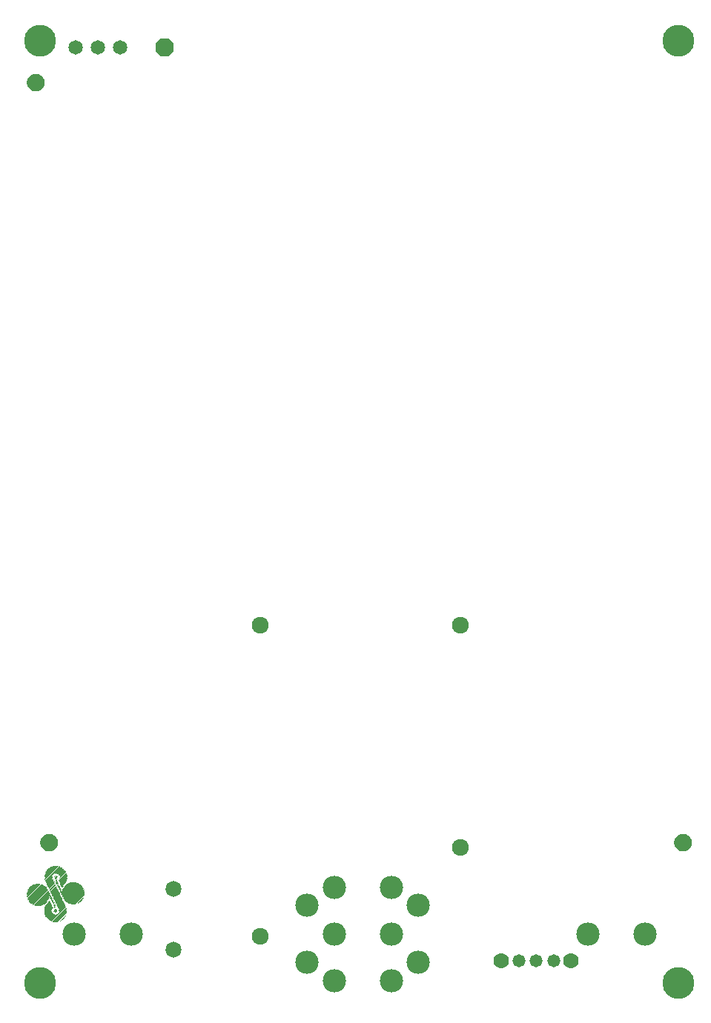
<source format=gbr>
G04 EAGLE Gerber RS-274X export*
G75*
%MOMM*%
%FSLAX34Y34*%
%LPD*%
%INSoldermask Top*%
%IPPOS*%
%AMOC8*
5,1,8,0,0,1.08239X$1,22.5*%
G01*
%ADD10C,1.927000*%
%ADD11C,1.651000*%
%ADD12C,3.643000*%
%ADD13C,1.127000*%
%ADD14C,0.500000*%
%ADD15P,2.226909X8X202.500000*%
%ADD16C,1.777000*%
%ADD17C,1.477000*%
%ADD18R,0.381000X0.076200*%
%ADD19R,0.457200X0.076200*%
%ADD20R,0.914400X0.076200*%
%ADD21R,1.219200X0.076200*%
%ADD22R,1.447800X0.076200*%
%ADD23R,1.524000X0.076200*%
%ADD24R,1.676400X0.076200*%
%ADD25R,1.828800X0.076200*%
%ADD26R,1.981200X0.076200*%
%ADD27R,2.133600X0.076200*%
%ADD28R,2.209800X0.076200*%
%ADD29R,2.286000X0.076200*%
%ADD30R,2.362200X0.076200*%
%ADD31R,2.438400X0.076200*%
%ADD32R,1.066800X0.076200*%
%ADD33R,0.990600X0.076200*%
%ADD34R,2.590800X0.076200*%
%ADD35R,0.838200X0.076200*%
%ADD36R,0.228600X0.076200*%
%ADD37R,0.304800X0.076200*%
%ADD38R,0.152400X0.076200*%
%ADD39R,2.057400X0.076200*%
%ADD40R,1.143000X0.076200*%
%ADD41R,1.752600X0.076200*%
%ADD42R,1.371600X0.076200*%
%ADD43R,0.762000X0.076200*%
%ADD44R,0.533400X0.076200*%
%ADD45C,1.827000*%
%ADD46C,2.667000*%


D10*
X500380Y177800D03*
X500380Y431800D03*
X271780Y76200D03*
X271780Y431800D03*
D11*
X111760Y1092200D03*
X86360Y1092200D03*
X60960Y1092200D03*
D12*
X20320Y22860D03*
X749300Y22860D03*
D13*
X754380Y182880D03*
D14*
X754380Y190380D02*
X754199Y190378D01*
X754018Y190371D01*
X753837Y190360D01*
X753656Y190345D01*
X753476Y190325D01*
X753296Y190301D01*
X753117Y190273D01*
X752939Y190240D01*
X752762Y190203D01*
X752585Y190162D01*
X752410Y190117D01*
X752235Y190067D01*
X752062Y190013D01*
X751891Y189955D01*
X751720Y189893D01*
X751552Y189826D01*
X751385Y189756D01*
X751219Y189682D01*
X751056Y189603D01*
X750895Y189521D01*
X750735Y189435D01*
X750578Y189345D01*
X750423Y189251D01*
X750270Y189154D01*
X750120Y189052D01*
X749972Y188948D01*
X749826Y188839D01*
X749684Y188728D01*
X749544Y188612D01*
X749407Y188494D01*
X749272Y188372D01*
X749141Y188247D01*
X749013Y188119D01*
X748888Y187988D01*
X748766Y187853D01*
X748648Y187716D01*
X748532Y187576D01*
X748421Y187434D01*
X748312Y187288D01*
X748208Y187140D01*
X748106Y186990D01*
X748009Y186837D01*
X747915Y186682D01*
X747825Y186525D01*
X747739Y186365D01*
X747657Y186204D01*
X747578Y186041D01*
X747504Y185875D01*
X747434Y185708D01*
X747367Y185540D01*
X747305Y185369D01*
X747247Y185198D01*
X747193Y185025D01*
X747143Y184850D01*
X747098Y184675D01*
X747057Y184498D01*
X747020Y184321D01*
X746987Y184143D01*
X746959Y183964D01*
X746935Y183784D01*
X746915Y183604D01*
X746900Y183423D01*
X746889Y183242D01*
X746882Y183061D01*
X746880Y182880D01*
X754380Y190380D02*
X754561Y190378D01*
X754742Y190371D01*
X754923Y190360D01*
X755104Y190345D01*
X755284Y190325D01*
X755464Y190301D01*
X755643Y190273D01*
X755821Y190240D01*
X755998Y190203D01*
X756175Y190162D01*
X756350Y190117D01*
X756525Y190067D01*
X756698Y190013D01*
X756869Y189955D01*
X757040Y189893D01*
X757208Y189826D01*
X757375Y189756D01*
X757541Y189682D01*
X757704Y189603D01*
X757865Y189521D01*
X758025Y189435D01*
X758182Y189345D01*
X758337Y189251D01*
X758490Y189154D01*
X758640Y189052D01*
X758788Y188948D01*
X758934Y188839D01*
X759076Y188728D01*
X759216Y188612D01*
X759353Y188494D01*
X759488Y188372D01*
X759619Y188247D01*
X759747Y188119D01*
X759872Y187988D01*
X759994Y187853D01*
X760112Y187716D01*
X760228Y187576D01*
X760339Y187434D01*
X760448Y187288D01*
X760552Y187140D01*
X760654Y186990D01*
X760751Y186837D01*
X760845Y186682D01*
X760935Y186525D01*
X761021Y186365D01*
X761103Y186204D01*
X761182Y186041D01*
X761256Y185875D01*
X761326Y185708D01*
X761393Y185540D01*
X761455Y185369D01*
X761513Y185198D01*
X761567Y185025D01*
X761617Y184850D01*
X761662Y184675D01*
X761703Y184498D01*
X761740Y184321D01*
X761773Y184143D01*
X761801Y183964D01*
X761825Y183784D01*
X761845Y183604D01*
X761860Y183423D01*
X761871Y183242D01*
X761878Y183061D01*
X761880Y182880D01*
X761878Y182699D01*
X761871Y182518D01*
X761860Y182337D01*
X761845Y182156D01*
X761825Y181976D01*
X761801Y181796D01*
X761773Y181617D01*
X761740Y181439D01*
X761703Y181262D01*
X761662Y181085D01*
X761617Y180910D01*
X761567Y180735D01*
X761513Y180562D01*
X761455Y180391D01*
X761393Y180220D01*
X761326Y180052D01*
X761256Y179885D01*
X761182Y179719D01*
X761103Y179556D01*
X761021Y179395D01*
X760935Y179235D01*
X760845Y179078D01*
X760751Y178923D01*
X760654Y178770D01*
X760552Y178620D01*
X760448Y178472D01*
X760339Y178326D01*
X760228Y178184D01*
X760112Y178044D01*
X759994Y177907D01*
X759872Y177772D01*
X759747Y177641D01*
X759619Y177513D01*
X759488Y177388D01*
X759353Y177266D01*
X759216Y177148D01*
X759076Y177032D01*
X758934Y176921D01*
X758788Y176812D01*
X758640Y176708D01*
X758490Y176606D01*
X758337Y176509D01*
X758182Y176415D01*
X758025Y176325D01*
X757865Y176239D01*
X757704Y176157D01*
X757541Y176078D01*
X757375Y176004D01*
X757208Y175934D01*
X757040Y175867D01*
X756869Y175805D01*
X756698Y175747D01*
X756525Y175693D01*
X756350Y175643D01*
X756175Y175598D01*
X755998Y175557D01*
X755821Y175520D01*
X755643Y175487D01*
X755464Y175459D01*
X755284Y175435D01*
X755104Y175415D01*
X754923Y175400D01*
X754742Y175389D01*
X754561Y175382D01*
X754380Y175380D01*
X754199Y175382D01*
X754018Y175389D01*
X753837Y175400D01*
X753656Y175415D01*
X753476Y175435D01*
X753296Y175459D01*
X753117Y175487D01*
X752939Y175520D01*
X752762Y175557D01*
X752585Y175598D01*
X752410Y175643D01*
X752235Y175693D01*
X752062Y175747D01*
X751891Y175805D01*
X751720Y175867D01*
X751552Y175934D01*
X751385Y176004D01*
X751219Y176078D01*
X751056Y176157D01*
X750895Y176239D01*
X750735Y176325D01*
X750578Y176415D01*
X750423Y176509D01*
X750270Y176606D01*
X750120Y176708D01*
X749972Y176812D01*
X749826Y176921D01*
X749684Y177032D01*
X749544Y177148D01*
X749407Y177266D01*
X749272Y177388D01*
X749141Y177513D01*
X749013Y177641D01*
X748888Y177772D01*
X748766Y177907D01*
X748648Y178044D01*
X748532Y178184D01*
X748421Y178326D01*
X748312Y178472D01*
X748208Y178620D01*
X748106Y178770D01*
X748009Y178923D01*
X747915Y179078D01*
X747825Y179235D01*
X747739Y179395D01*
X747657Y179556D01*
X747578Y179719D01*
X747504Y179885D01*
X747434Y180052D01*
X747367Y180220D01*
X747305Y180391D01*
X747247Y180562D01*
X747193Y180735D01*
X747143Y180910D01*
X747098Y181085D01*
X747057Y181262D01*
X747020Y181439D01*
X746987Y181617D01*
X746959Y181796D01*
X746935Y181976D01*
X746915Y182156D01*
X746900Y182337D01*
X746889Y182518D01*
X746882Y182699D01*
X746880Y182880D01*
D13*
X15240Y1051560D03*
D14*
X15240Y1059060D02*
X15059Y1059058D01*
X14878Y1059051D01*
X14697Y1059040D01*
X14516Y1059025D01*
X14336Y1059005D01*
X14156Y1058981D01*
X13977Y1058953D01*
X13799Y1058920D01*
X13622Y1058883D01*
X13445Y1058842D01*
X13270Y1058797D01*
X13095Y1058747D01*
X12922Y1058693D01*
X12751Y1058635D01*
X12580Y1058573D01*
X12412Y1058506D01*
X12245Y1058436D01*
X12079Y1058362D01*
X11916Y1058283D01*
X11755Y1058201D01*
X11595Y1058115D01*
X11438Y1058025D01*
X11283Y1057931D01*
X11130Y1057834D01*
X10980Y1057732D01*
X10832Y1057628D01*
X10686Y1057519D01*
X10544Y1057408D01*
X10404Y1057292D01*
X10267Y1057174D01*
X10132Y1057052D01*
X10001Y1056927D01*
X9873Y1056799D01*
X9748Y1056668D01*
X9626Y1056533D01*
X9508Y1056396D01*
X9392Y1056256D01*
X9281Y1056114D01*
X9172Y1055968D01*
X9068Y1055820D01*
X8966Y1055670D01*
X8869Y1055517D01*
X8775Y1055362D01*
X8685Y1055205D01*
X8599Y1055045D01*
X8517Y1054884D01*
X8438Y1054721D01*
X8364Y1054555D01*
X8294Y1054388D01*
X8227Y1054220D01*
X8165Y1054049D01*
X8107Y1053878D01*
X8053Y1053705D01*
X8003Y1053530D01*
X7958Y1053355D01*
X7917Y1053178D01*
X7880Y1053001D01*
X7847Y1052823D01*
X7819Y1052644D01*
X7795Y1052464D01*
X7775Y1052284D01*
X7760Y1052103D01*
X7749Y1051922D01*
X7742Y1051741D01*
X7740Y1051560D01*
X15240Y1059060D02*
X15421Y1059058D01*
X15602Y1059051D01*
X15783Y1059040D01*
X15964Y1059025D01*
X16144Y1059005D01*
X16324Y1058981D01*
X16503Y1058953D01*
X16681Y1058920D01*
X16858Y1058883D01*
X17035Y1058842D01*
X17210Y1058797D01*
X17385Y1058747D01*
X17558Y1058693D01*
X17729Y1058635D01*
X17900Y1058573D01*
X18068Y1058506D01*
X18235Y1058436D01*
X18401Y1058362D01*
X18564Y1058283D01*
X18725Y1058201D01*
X18885Y1058115D01*
X19042Y1058025D01*
X19197Y1057931D01*
X19350Y1057834D01*
X19500Y1057732D01*
X19648Y1057628D01*
X19794Y1057519D01*
X19936Y1057408D01*
X20076Y1057292D01*
X20213Y1057174D01*
X20348Y1057052D01*
X20479Y1056927D01*
X20607Y1056799D01*
X20732Y1056668D01*
X20854Y1056533D01*
X20972Y1056396D01*
X21088Y1056256D01*
X21199Y1056114D01*
X21308Y1055968D01*
X21412Y1055820D01*
X21514Y1055670D01*
X21611Y1055517D01*
X21705Y1055362D01*
X21795Y1055205D01*
X21881Y1055045D01*
X21963Y1054884D01*
X22042Y1054721D01*
X22116Y1054555D01*
X22186Y1054388D01*
X22253Y1054220D01*
X22315Y1054049D01*
X22373Y1053878D01*
X22427Y1053705D01*
X22477Y1053530D01*
X22522Y1053355D01*
X22563Y1053178D01*
X22600Y1053001D01*
X22633Y1052823D01*
X22661Y1052644D01*
X22685Y1052464D01*
X22705Y1052284D01*
X22720Y1052103D01*
X22731Y1051922D01*
X22738Y1051741D01*
X22740Y1051560D01*
X22738Y1051379D01*
X22731Y1051198D01*
X22720Y1051017D01*
X22705Y1050836D01*
X22685Y1050656D01*
X22661Y1050476D01*
X22633Y1050297D01*
X22600Y1050119D01*
X22563Y1049942D01*
X22522Y1049765D01*
X22477Y1049590D01*
X22427Y1049415D01*
X22373Y1049242D01*
X22315Y1049071D01*
X22253Y1048900D01*
X22186Y1048732D01*
X22116Y1048565D01*
X22042Y1048399D01*
X21963Y1048236D01*
X21881Y1048075D01*
X21795Y1047915D01*
X21705Y1047758D01*
X21611Y1047603D01*
X21514Y1047450D01*
X21412Y1047300D01*
X21308Y1047152D01*
X21199Y1047006D01*
X21088Y1046864D01*
X20972Y1046724D01*
X20854Y1046587D01*
X20732Y1046452D01*
X20607Y1046321D01*
X20479Y1046193D01*
X20348Y1046068D01*
X20213Y1045946D01*
X20076Y1045828D01*
X19936Y1045712D01*
X19794Y1045601D01*
X19648Y1045492D01*
X19500Y1045388D01*
X19350Y1045286D01*
X19197Y1045189D01*
X19042Y1045095D01*
X18885Y1045005D01*
X18725Y1044919D01*
X18564Y1044837D01*
X18401Y1044758D01*
X18235Y1044684D01*
X18068Y1044614D01*
X17900Y1044547D01*
X17729Y1044485D01*
X17558Y1044427D01*
X17385Y1044373D01*
X17210Y1044323D01*
X17035Y1044278D01*
X16858Y1044237D01*
X16681Y1044200D01*
X16503Y1044167D01*
X16324Y1044139D01*
X16144Y1044115D01*
X15964Y1044095D01*
X15783Y1044080D01*
X15602Y1044069D01*
X15421Y1044062D01*
X15240Y1044060D01*
X15059Y1044062D01*
X14878Y1044069D01*
X14697Y1044080D01*
X14516Y1044095D01*
X14336Y1044115D01*
X14156Y1044139D01*
X13977Y1044167D01*
X13799Y1044200D01*
X13622Y1044237D01*
X13445Y1044278D01*
X13270Y1044323D01*
X13095Y1044373D01*
X12922Y1044427D01*
X12751Y1044485D01*
X12580Y1044547D01*
X12412Y1044614D01*
X12245Y1044684D01*
X12079Y1044758D01*
X11916Y1044837D01*
X11755Y1044919D01*
X11595Y1045005D01*
X11438Y1045095D01*
X11283Y1045189D01*
X11130Y1045286D01*
X10980Y1045388D01*
X10832Y1045492D01*
X10686Y1045601D01*
X10544Y1045712D01*
X10404Y1045828D01*
X10267Y1045946D01*
X10132Y1046068D01*
X10001Y1046193D01*
X9873Y1046321D01*
X9748Y1046452D01*
X9626Y1046587D01*
X9508Y1046724D01*
X9392Y1046864D01*
X9281Y1047006D01*
X9172Y1047152D01*
X9068Y1047300D01*
X8966Y1047450D01*
X8869Y1047603D01*
X8775Y1047758D01*
X8685Y1047915D01*
X8599Y1048075D01*
X8517Y1048236D01*
X8438Y1048399D01*
X8364Y1048565D01*
X8294Y1048732D01*
X8227Y1048900D01*
X8165Y1049071D01*
X8107Y1049242D01*
X8053Y1049415D01*
X8003Y1049590D01*
X7958Y1049765D01*
X7917Y1049942D01*
X7880Y1050119D01*
X7847Y1050297D01*
X7819Y1050476D01*
X7795Y1050656D01*
X7775Y1050836D01*
X7760Y1051017D01*
X7749Y1051198D01*
X7742Y1051379D01*
X7740Y1051560D01*
D12*
X20320Y1099820D03*
X749300Y1099820D03*
D15*
X162560Y1092200D03*
D13*
X30480Y182880D03*
D14*
X30480Y190380D02*
X30299Y190378D01*
X30118Y190371D01*
X29937Y190360D01*
X29756Y190345D01*
X29576Y190325D01*
X29396Y190301D01*
X29217Y190273D01*
X29039Y190240D01*
X28862Y190203D01*
X28685Y190162D01*
X28510Y190117D01*
X28335Y190067D01*
X28162Y190013D01*
X27991Y189955D01*
X27820Y189893D01*
X27652Y189826D01*
X27485Y189756D01*
X27319Y189682D01*
X27156Y189603D01*
X26995Y189521D01*
X26835Y189435D01*
X26678Y189345D01*
X26523Y189251D01*
X26370Y189154D01*
X26220Y189052D01*
X26072Y188948D01*
X25926Y188839D01*
X25784Y188728D01*
X25644Y188612D01*
X25507Y188494D01*
X25372Y188372D01*
X25241Y188247D01*
X25113Y188119D01*
X24988Y187988D01*
X24866Y187853D01*
X24748Y187716D01*
X24632Y187576D01*
X24521Y187434D01*
X24412Y187288D01*
X24308Y187140D01*
X24206Y186990D01*
X24109Y186837D01*
X24015Y186682D01*
X23925Y186525D01*
X23839Y186365D01*
X23757Y186204D01*
X23678Y186041D01*
X23604Y185875D01*
X23534Y185708D01*
X23467Y185540D01*
X23405Y185369D01*
X23347Y185198D01*
X23293Y185025D01*
X23243Y184850D01*
X23198Y184675D01*
X23157Y184498D01*
X23120Y184321D01*
X23087Y184143D01*
X23059Y183964D01*
X23035Y183784D01*
X23015Y183604D01*
X23000Y183423D01*
X22989Y183242D01*
X22982Y183061D01*
X22980Y182880D01*
X30480Y190380D02*
X30661Y190378D01*
X30842Y190371D01*
X31023Y190360D01*
X31204Y190345D01*
X31384Y190325D01*
X31564Y190301D01*
X31743Y190273D01*
X31921Y190240D01*
X32098Y190203D01*
X32275Y190162D01*
X32450Y190117D01*
X32625Y190067D01*
X32798Y190013D01*
X32969Y189955D01*
X33140Y189893D01*
X33308Y189826D01*
X33475Y189756D01*
X33641Y189682D01*
X33804Y189603D01*
X33965Y189521D01*
X34125Y189435D01*
X34282Y189345D01*
X34437Y189251D01*
X34590Y189154D01*
X34740Y189052D01*
X34888Y188948D01*
X35034Y188839D01*
X35176Y188728D01*
X35316Y188612D01*
X35453Y188494D01*
X35588Y188372D01*
X35719Y188247D01*
X35847Y188119D01*
X35972Y187988D01*
X36094Y187853D01*
X36212Y187716D01*
X36328Y187576D01*
X36439Y187434D01*
X36548Y187288D01*
X36652Y187140D01*
X36754Y186990D01*
X36851Y186837D01*
X36945Y186682D01*
X37035Y186525D01*
X37121Y186365D01*
X37203Y186204D01*
X37282Y186041D01*
X37356Y185875D01*
X37426Y185708D01*
X37493Y185540D01*
X37555Y185369D01*
X37613Y185198D01*
X37667Y185025D01*
X37717Y184850D01*
X37762Y184675D01*
X37803Y184498D01*
X37840Y184321D01*
X37873Y184143D01*
X37901Y183964D01*
X37925Y183784D01*
X37945Y183604D01*
X37960Y183423D01*
X37971Y183242D01*
X37978Y183061D01*
X37980Y182880D01*
X37978Y182699D01*
X37971Y182518D01*
X37960Y182337D01*
X37945Y182156D01*
X37925Y181976D01*
X37901Y181796D01*
X37873Y181617D01*
X37840Y181439D01*
X37803Y181262D01*
X37762Y181085D01*
X37717Y180910D01*
X37667Y180735D01*
X37613Y180562D01*
X37555Y180391D01*
X37493Y180220D01*
X37426Y180052D01*
X37356Y179885D01*
X37282Y179719D01*
X37203Y179556D01*
X37121Y179395D01*
X37035Y179235D01*
X36945Y179078D01*
X36851Y178923D01*
X36754Y178770D01*
X36652Y178620D01*
X36548Y178472D01*
X36439Y178326D01*
X36328Y178184D01*
X36212Y178044D01*
X36094Y177907D01*
X35972Y177772D01*
X35847Y177641D01*
X35719Y177513D01*
X35588Y177388D01*
X35453Y177266D01*
X35316Y177148D01*
X35176Y177032D01*
X35034Y176921D01*
X34888Y176812D01*
X34740Y176708D01*
X34590Y176606D01*
X34437Y176509D01*
X34282Y176415D01*
X34125Y176325D01*
X33965Y176239D01*
X33804Y176157D01*
X33641Y176078D01*
X33475Y176004D01*
X33308Y175934D01*
X33140Y175867D01*
X32969Y175805D01*
X32798Y175747D01*
X32625Y175693D01*
X32450Y175643D01*
X32275Y175598D01*
X32098Y175557D01*
X31921Y175520D01*
X31743Y175487D01*
X31564Y175459D01*
X31384Y175435D01*
X31204Y175415D01*
X31023Y175400D01*
X30842Y175389D01*
X30661Y175382D01*
X30480Y175380D01*
X30299Y175382D01*
X30118Y175389D01*
X29937Y175400D01*
X29756Y175415D01*
X29576Y175435D01*
X29396Y175459D01*
X29217Y175487D01*
X29039Y175520D01*
X28862Y175557D01*
X28685Y175598D01*
X28510Y175643D01*
X28335Y175693D01*
X28162Y175747D01*
X27991Y175805D01*
X27820Y175867D01*
X27652Y175934D01*
X27485Y176004D01*
X27319Y176078D01*
X27156Y176157D01*
X26995Y176239D01*
X26835Y176325D01*
X26678Y176415D01*
X26523Y176509D01*
X26370Y176606D01*
X26220Y176708D01*
X26072Y176812D01*
X25926Y176921D01*
X25784Y177032D01*
X25644Y177148D01*
X25507Y177266D01*
X25372Y177388D01*
X25241Y177513D01*
X25113Y177641D01*
X24988Y177772D01*
X24866Y177907D01*
X24748Y178044D01*
X24632Y178184D01*
X24521Y178326D01*
X24412Y178472D01*
X24308Y178620D01*
X24206Y178770D01*
X24109Y178923D01*
X24015Y179078D01*
X23925Y179235D01*
X23839Y179395D01*
X23757Y179556D01*
X23678Y179719D01*
X23604Y179885D01*
X23534Y180052D01*
X23467Y180220D01*
X23405Y180391D01*
X23347Y180562D01*
X23293Y180735D01*
X23243Y180910D01*
X23198Y181085D01*
X23157Y181262D01*
X23120Y181439D01*
X23087Y181617D01*
X23059Y181796D01*
X23035Y181976D01*
X23015Y182156D01*
X23000Y182337D01*
X22989Y182518D01*
X22982Y182699D01*
X22980Y182880D01*
D16*
X626740Y48260D03*
X546740Y48260D03*
D17*
X606740Y48260D03*
X586740Y48260D03*
X566740Y48260D03*
D18*
G36*
X48517Y97159D02*
X45824Y94466D01*
X45285Y95005D01*
X47978Y97698D01*
X48517Y97159D01*
G37*
D19*
G36*
X68991Y117635D02*
X65759Y114403D01*
X65221Y114941D01*
X68453Y118173D01*
X68991Y117635D01*
G37*
D20*
G36*
X49594Y99315D02*
X43129Y92850D01*
X42590Y93389D01*
X49055Y99854D01*
X49594Y99315D01*
G37*
G36*
X70069Y119790D02*
X63604Y113325D01*
X63065Y113864D01*
X69530Y120329D01*
X70069Y119790D01*
G37*
D21*
G36*
X50133Y100932D02*
X41513Y92312D01*
X40975Y92850D01*
X49595Y101470D01*
X50133Y100932D01*
G37*
G36*
X70608Y121407D02*
X61988Y112787D01*
X61450Y113325D01*
X70070Y121945D01*
X70608Y121407D01*
G37*
D22*
G36*
X50672Y102548D02*
X40435Y92311D01*
X39896Y92850D01*
X50133Y103087D01*
X50672Y102548D01*
G37*
D23*
G36*
X71147Y123022D02*
X60372Y112247D01*
X59833Y112786D01*
X70608Y123561D01*
X71147Y123022D01*
G37*
D24*
G36*
X50672Y103625D02*
X38819Y91772D01*
X38280Y92311D01*
X50133Y104164D01*
X50672Y103625D01*
G37*
G36*
X71147Y124100D02*
X59294Y112247D01*
X58755Y112786D01*
X70608Y124639D01*
X71147Y124100D01*
G37*
D25*
G36*
X50672Y104703D02*
X37741Y91772D01*
X37202Y92311D01*
X50133Y105242D01*
X50672Y104703D01*
G37*
G36*
X71147Y125178D02*
X58216Y112247D01*
X57677Y112786D01*
X70608Y125717D01*
X71147Y125178D01*
G37*
D26*
G36*
X50672Y105781D02*
X36663Y91772D01*
X36124Y92311D01*
X50133Y106320D01*
X50672Y105781D01*
G37*
G36*
X71147Y126256D02*
X57138Y112247D01*
X56599Y112786D01*
X70608Y126795D01*
X71147Y126256D01*
G37*
D27*
G36*
X50672Y106859D02*
X35586Y91773D01*
X35048Y92311D01*
X50134Y107397D01*
X50672Y106859D01*
G37*
G36*
X71147Y127334D02*
X56061Y112248D01*
X55523Y112786D01*
X70609Y127872D01*
X71147Y127334D01*
G37*
D28*
G36*
X50672Y107936D02*
X35047Y92311D01*
X34508Y92850D01*
X50133Y108475D01*
X50672Y107936D01*
G37*
D27*
G36*
X70608Y127872D02*
X55522Y112786D01*
X54984Y113324D01*
X70070Y128410D01*
X70608Y127872D01*
G37*
D29*
G36*
X50133Y108474D02*
X33970Y92311D01*
X33431Y92850D01*
X49594Y109013D01*
X50133Y108474D01*
G37*
G36*
X70608Y128949D02*
X54445Y112786D01*
X53906Y113325D01*
X70069Y129488D01*
X70608Y128949D01*
G37*
D30*
G36*
X50133Y109553D02*
X33430Y92850D01*
X32891Y93389D01*
X49594Y110092D01*
X50133Y109553D01*
G37*
D29*
G36*
X70069Y129488D02*
X53906Y113325D01*
X53367Y113864D01*
X69530Y130027D01*
X70069Y129488D01*
G37*
D30*
G36*
X49595Y110091D02*
X32892Y93388D01*
X32353Y93927D01*
X49056Y110630D01*
X49595Y110091D01*
G37*
D31*
G36*
X70069Y130566D02*
X52828Y113325D01*
X52289Y113864D01*
X69530Y131105D01*
X70069Y130566D01*
G37*
D32*
G36*
X39357Y100931D02*
X31814Y93388D01*
X31275Y93927D01*
X38818Y101470D01*
X39357Y100931D01*
G37*
D33*
G36*
X49055Y110630D02*
X42052Y103627D01*
X41513Y104166D01*
X48516Y111169D01*
X49055Y110630D01*
G37*
D31*
G36*
X69530Y131105D02*
X52289Y113864D01*
X51750Y114403D01*
X68991Y131644D01*
X69530Y131105D01*
G37*
D20*
G36*
X37740Y100392D02*
X31275Y93927D01*
X30736Y94466D01*
X37201Y100931D01*
X37740Y100392D01*
G37*
D33*
G36*
X49055Y111707D02*
X42052Y104704D01*
X41513Y105243D01*
X48516Y112246D01*
X49055Y111707D01*
G37*
D31*
G36*
X68992Y131644D02*
X51751Y114403D01*
X51212Y114942D01*
X68453Y132183D01*
X68992Y131644D01*
G37*
D20*
G36*
X37202Y100931D02*
X30737Y94466D01*
X30198Y95005D01*
X36663Y101470D01*
X37202Y100931D01*
G37*
G36*
X48517Y112246D02*
X42052Y105781D01*
X41513Y106320D01*
X47978Y112785D01*
X48517Y112246D01*
G37*
D34*
G36*
X68992Y132721D02*
X50673Y114402D01*
X50134Y114941D01*
X68453Y133260D01*
X68992Y132721D01*
G37*
D35*
G36*
X36123Y100932D02*
X30197Y95006D01*
X29659Y95544D01*
X35585Y101470D01*
X36123Y100932D01*
G37*
D36*
G36*
X39895Y104703D02*
X38280Y103088D01*
X37741Y103627D01*
X39356Y105242D01*
X39895Y104703D01*
G37*
D35*
G36*
X47977Y112786D02*
X42051Y106860D01*
X41513Y107398D01*
X47439Y113324D01*
X47977Y112786D01*
G37*
D34*
G36*
X68453Y133260D02*
X50134Y114941D01*
X49595Y115480D01*
X67914Y133799D01*
X68453Y133260D01*
G37*
D35*
G36*
X35585Y101470D02*
X29659Y95544D01*
X29121Y96082D01*
X35047Y102008D01*
X35585Y101470D01*
G37*
D18*
G36*
X39896Y105780D02*
X37203Y103087D01*
X36664Y103626D01*
X39357Y106319D01*
X39896Y105780D01*
G37*
D20*
G36*
X47978Y113863D02*
X41513Y107398D01*
X40974Y107937D01*
X47439Y114402D01*
X47978Y113863D01*
G37*
D34*
G36*
X67914Y133799D02*
X49595Y115480D01*
X49056Y116019D01*
X67375Y134338D01*
X67914Y133799D01*
G37*
D35*
G36*
X35046Y102009D02*
X29120Y96083D01*
X28582Y96621D01*
X34508Y102547D01*
X35046Y102009D01*
G37*
D18*
G36*
X39357Y106319D02*
X36664Y103626D01*
X36125Y104165D01*
X38818Y106858D01*
X39357Y106319D01*
G37*
D20*
G36*
X47439Y114402D02*
X40974Y107937D01*
X40435Y108476D01*
X46900Y114941D01*
X47439Y114402D01*
G37*
D34*
G36*
X67375Y134338D02*
X49056Y116019D01*
X48517Y116558D01*
X66836Y134877D01*
X67375Y134338D01*
G37*
D35*
G36*
X34507Y102548D02*
X28581Y96622D01*
X28043Y97160D01*
X33969Y103086D01*
X34507Y102548D01*
G37*
D18*
G36*
X38818Y106858D02*
X36125Y104165D01*
X35586Y104704D01*
X38279Y107397D01*
X38818Y106858D01*
G37*
D20*
G36*
X47439Y115479D02*
X40974Y109014D01*
X40435Y109553D01*
X46900Y116018D01*
X47439Y115479D01*
G37*
D34*
G36*
X66837Y134877D02*
X48518Y116558D01*
X47979Y117097D01*
X66298Y135416D01*
X66837Y134877D01*
G37*
D35*
G36*
X33968Y103087D02*
X28042Y97161D01*
X27504Y97699D01*
X33430Y103625D01*
X33968Y103087D01*
G37*
D37*
G36*
X38280Y107397D02*
X36125Y105242D01*
X35586Y105781D01*
X37741Y107936D01*
X38280Y107397D01*
G37*
D20*
G36*
X46900Y116018D02*
X40435Y109553D01*
X39896Y110092D01*
X46361Y116557D01*
X46900Y116018D01*
G37*
D34*
G36*
X66298Y135415D02*
X47979Y117096D01*
X47440Y117635D01*
X65759Y135954D01*
X66298Y135415D01*
G37*
D20*
G36*
X33969Y104164D02*
X27504Y97699D01*
X26965Y98238D01*
X33430Y104703D01*
X33969Y104164D01*
G37*
D36*
G36*
X38279Y108474D02*
X36664Y106859D01*
X36125Y107398D01*
X37740Y109013D01*
X38279Y108474D01*
G37*
D20*
G36*
X46362Y116557D02*
X39897Y110092D01*
X39358Y110631D01*
X45823Y117096D01*
X46362Y116557D01*
G37*
D31*
G36*
X65220Y135415D02*
X47979Y118174D01*
X47440Y118713D01*
X64681Y135954D01*
X65220Y135415D01*
G37*
D20*
G36*
X33430Y104703D02*
X26965Y98238D01*
X26426Y98777D01*
X32891Y105242D01*
X33430Y104703D01*
G37*
D36*
G36*
X38279Y109552D02*
X36664Y107937D01*
X36125Y108476D01*
X37740Y110091D01*
X38279Y109552D01*
G37*
D20*
G36*
X46362Y117635D02*
X39897Y111170D01*
X39358Y111709D01*
X45823Y118174D01*
X46362Y117635D01*
G37*
D31*
G36*
X64681Y135954D02*
X47440Y118713D01*
X46901Y119252D01*
X64142Y136493D01*
X64681Y135954D01*
G37*
D32*
G36*
X33969Y106320D02*
X26426Y98777D01*
X25887Y99316D01*
X33430Y106859D01*
X33969Y106320D01*
G37*
D36*
G36*
X37740Y110091D02*
X36125Y108476D01*
X35586Y109015D01*
X37201Y110630D01*
X37740Y110091D01*
G37*
D20*
G36*
X45823Y118173D02*
X39358Y111708D01*
X38819Y112247D01*
X45284Y118712D01*
X45823Y118173D01*
G37*
D31*
G36*
X64142Y136493D02*
X46901Y119252D01*
X46362Y119791D01*
X63603Y137032D01*
X64142Y136493D01*
G37*
D21*
G36*
X35046Y108475D02*
X26426Y99855D01*
X25888Y100393D01*
X34508Y109013D01*
X35046Y108475D01*
G37*
D36*
G36*
X37740Y111168D02*
X36125Y109553D01*
X35586Y110092D01*
X37201Y111707D01*
X37740Y111168D01*
G37*
D35*
G36*
X45283Y118713D02*
X39357Y112787D01*
X38819Y113325D01*
X44745Y119251D01*
X45283Y118713D01*
G37*
D30*
G36*
X63604Y137032D02*
X46901Y120329D01*
X46362Y120868D01*
X63065Y137571D01*
X63604Y137032D01*
G37*
D21*
G36*
X34507Y109014D02*
X25887Y100394D01*
X25349Y100932D01*
X33969Y109552D01*
X34507Y109014D01*
G37*
D36*
G36*
X37740Y112246D02*
X36125Y110631D01*
X35586Y111170D01*
X37201Y112785D01*
X37740Y112246D01*
G37*
D20*
G36*
X45284Y119790D02*
X38819Y113325D01*
X38280Y113864D01*
X44745Y120329D01*
X45284Y119790D01*
G37*
D29*
G36*
X62526Y137032D02*
X46363Y120869D01*
X45824Y121408D01*
X61987Y137571D01*
X62526Y137032D01*
G37*
D21*
G36*
X34507Y110091D02*
X25887Y101471D01*
X25349Y102009D01*
X33969Y110629D01*
X34507Y110091D01*
G37*
D36*
G36*
X37201Y112785D02*
X35586Y111170D01*
X35047Y111709D01*
X36662Y113324D01*
X37201Y112785D01*
G37*
D20*
G36*
X44745Y120329D02*
X38280Y113864D01*
X37741Y114403D01*
X44206Y120868D01*
X44745Y120329D01*
G37*
D29*
G36*
X61987Y137570D02*
X45824Y121407D01*
X45285Y121946D01*
X61448Y138109D01*
X61987Y137570D01*
G37*
D21*
G36*
X33968Y110630D02*
X25348Y102010D01*
X24810Y102548D01*
X33430Y111168D01*
X33968Y110630D01*
G37*
D38*
G36*
X36663Y113324D02*
X35586Y112247D01*
X35047Y112786D01*
X36124Y113863D01*
X36663Y113324D01*
G37*
D35*
G36*
X44206Y120868D02*
X38280Y114942D01*
X37742Y115480D01*
X43668Y121406D01*
X44206Y120868D01*
G37*
D27*
G36*
X60909Y137571D02*
X45823Y122485D01*
X45285Y123023D01*
X60371Y138109D01*
X60909Y137571D01*
G37*
D21*
G36*
X33968Y111708D02*
X25348Y103088D01*
X24810Y103626D01*
X33430Y112246D01*
X33968Y111708D01*
G37*
D36*
G36*
X36663Y114401D02*
X35048Y112786D01*
X34509Y113325D01*
X36124Y114940D01*
X36663Y114401D01*
G37*
D20*
G36*
X44206Y121945D02*
X37741Y115480D01*
X37202Y116019D01*
X43667Y122484D01*
X44206Y121945D01*
G37*
D39*
G36*
X59832Y137571D02*
X45285Y123024D01*
X44746Y123563D01*
X59293Y138110D01*
X59832Y137571D01*
G37*
D40*
G36*
X33430Y112246D02*
X25349Y104165D01*
X24810Y104704D01*
X32891Y112785D01*
X33430Y112246D01*
G37*
D38*
G36*
X36124Y114941D02*
X35047Y113864D01*
X34508Y114403D01*
X35585Y115480D01*
X36124Y114941D01*
G37*
D20*
G36*
X43667Y122484D02*
X37202Y116019D01*
X36663Y116558D01*
X43128Y123023D01*
X43667Y122484D01*
G37*
D26*
G36*
X58755Y137571D02*
X44746Y123562D01*
X44207Y124101D01*
X58216Y138110D01*
X58755Y137571D01*
G37*
D32*
G36*
X32891Y112785D02*
X25348Y105242D01*
X24809Y105781D01*
X32352Y113324D01*
X32891Y112785D01*
G37*
D38*
G36*
X35585Y115479D02*
X34508Y114402D01*
X33969Y114941D01*
X35046Y116018D01*
X35585Y115479D01*
G37*
D20*
G36*
X43667Y123561D02*
X37202Y117096D01*
X36663Y117635D01*
X43128Y124100D01*
X43667Y123561D01*
G37*
D25*
G36*
X57677Y137571D02*
X44746Y124640D01*
X44207Y125179D01*
X57138Y138110D01*
X57677Y137571D01*
G37*
D32*
G36*
X32891Y113863D02*
X25348Y106320D01*
X24809Y106859D01*
X32352Y114402D01*
X32891Y113863D01*
G37*
D36*
G36*
X35585Y116557D02*
X33970Y114942D01*
X33431Y115481D01*
X35046Y117096D01*
X35585Y116557D01*
G37*
D20*
G36*
X43129Y124100D02*
X36664Y117635D01*
X36125Y118174D01*
X42590Y124639D01*
X43129Y124100D01*
G37*
D41*
G36*
X56599Y137570D02*
X44208Y125179D01*
X43669Y125718D01*
X56060Y138109D01*
X56599Y137570D01*
G37*
D20*
G36*
X32352Y114402D02*
X25887Y107937D01*
X25348Y108476D01*
X31813Y114941D01*
X32352Y114402D01*
G37*
D38*
G36*
X35046Y117096D02*
X33969Y116019D01*
X33430Y116558D01*
X34507Y117635D01*
X35046Y117096D01*
G37*
D20*
G36*
X42590Y124639D02*
X36125Y118174D01*
X35586Y118713D01*
X42051Y125178D01*
X42590Y124639D01*
G37*
D36*
G36*
X45284Y127333D02*
X43669Y125718D01*
X43130Y126257D01*
X44745Y127872D01*
X45284Y127333D01*
G37*
D42*
G36*
X55521Y137570D02*
X45824Y127873D01*
X45285Y128412D01*
X54982Y138109D01*
X55521Y137570D01*
G37*
D20*
G36*
X32352Y115479D02*
X25887Y109014D01*
X25348Y109553D01*
X31813Y116018D01*
X32352Y115479D01*
G37*
D38*
G36*
X34508Y117635D02*
X33431Y116558D01*
X32892Y117097D01*
X33969Y118174D01*
X34508Y117635D01*
G37*
D20*
G36*
X42590Y125717D02*
X36125Y119252D01*
X35586Y119791D01*
X42051Y126256D01*
X42590Y125717D01*
G37*
D38*
G36*
X44745Y127872D02*
X43668Y126795D01*
X43129Y127334D01*
X44206Y128411D01*
X44745Y127872D01*
G37*
D32*
G36*
X53905Y137032D02*
X46362Y129489D01*
X45823Y130028D01*
X53366Y137571D01*
X53905Y137032D01*
G37*
D43*
G36*
X31813Y116018D02*
X26426Y110631D01*
X25887Y111170D01*
X31274Y116557D01*
X31813Y116018D01*
G37*
D36*
G36*
X34507Y118712D02*
X32892Y117097D01*
X32353Y117636D01*
X33968Y119251D01*
X34507Y118712D01*
G37*
D20*
G36*
X42051Y126256D02*
X35586Y119791D01*
X35047Y120330D01*
X41512Y126795D01*
X42051Y126256D01*
G37*
D36*
G36*
X44745Y128949D02*
X43130Y127334D01*
X42591Y127873D01*
X44206Y129488D01*
X44745Y128949D01*
G37*
D44*
G36*
X51750Y135954D02*
X47979Y132183D01*
X47440Y132722D01*
X51211Y136493D01*
X51750Y135954D01*
G37*
D36*
G36*
X31274Y116557D02*
X29659Y114942D01*
X29120Y115481D01*
X30735Y117096D01*
X31274Y116557D01*
G37*
D38*
G36*
X33969Y119251D02*
X32892Y118174D01*
X32353Y118713D01*
X33430Y119790D01*
X33969Y119251D01*
G37*
D20*
G36*
X41512Y126794D02*
X35047Y120329D01*
X34508Y120868D01*
X40973Y127333D01*
X41512Y126794D01*
G37*
D38*
G36*
X44206Y129489D02*
X43129Y128412D01*
X42590Y128951D01*
X43667Y130028D01*
X44206Y129489D01*
G37*
G36*
X33430Y119790D02*
X32353Y118713D01*
X31814Y119252D01*
X32891Y120329D01*
X33430Y119790D01*
G37*
D20*
G36*
X41512Y127872D02*
X35047Y121407D01*
X34508Y121946D01*
X40973Y128411D01*
X41512Y127872D01*
G37*
D38*
G36*
X43668Y130027D02*
X42591Y128950D01*
X42052Y129489D01*
X43129Y130566D01*
X43668Y130027D01*
G37*
D36*
G36*
X46900Y133260D02*
X45285Y131645D01*
X44746Y132184D01*
X46361Y133799D01*
X46900Y133260D01*
G37*
D44*
G36*
X28581Y116018D02*
X24810Y112247D01*
X24271Y112786D01*
X28042Y116557D01*
X28581Y116018D01*
G37*
D36*
G36*
X33430Y120867D02*
X31815Y119252D01*
X31276Y119791D01*
X32891Y121406D01*
X33430Y120867D01*
G37*
D20*
G36*
X40973Y128411D02*
X34508Y121946D01*
X33969Y122485D01*
X40434Y128950D01*
X40973Y128411D01*
G37*
D36*
G36*
X43667Y131105D02*
X42052Y129490D01*
X41513Y130029D01*
X43128Y131644D01*
X43667Y131105D01*
G37*
D43*
G36*
X50133Y137571D02*
X44746Y132184D01*
X44207Y132723D01*
X49594Y138110D01*
X50133Y137571D01*
G37*
D32*
G36*
X30197Y118712D02*
X22654Y111169D01*
X22115Y111708D01*
X29658Y119251D01*
X30197Y118712D01*
G37*
D38*
G36*
X32891Y121406D02*
X31814Y120329D01*
X31275Y120868D01*
X32352Y121945D01*
X32891Y121406D01*
G37*
D20*
G36*
X40435Y128950D02*
X33970Y122485D01*
X33431Y123024D01*
X39896Y129489D01*
X40435Y128950D01*
G37*
D38*
G36*
X43129Y131644D02*
X42052Y130567D01*
X41513Y131106D01*
X42590Y132183D01*
X43129Y131644D01*
G37*
D20*
G36*
X50672Y139187D02*
X44207Y132722D01*
X43668Y133261D01*
X50133Y139726D01*
X50672Y139187D01*
G37*
D42*
G36*
X30735Y120328D02*
X21038Y110631D01*
X20499Y111170D01*
X30196Y120867D01*
X30735Y120328D01*
G37*
D36*
G36*
X32891Y122484D02*
X31276Y120869D01*
X30737Y121408D01*
X32352Y123023D01*
X32891Y122484D01*
G37*
D20*
G36*
X40435Y130027D02*
X33970Y123562D01*
X33431Y124101D01*
X39896Y130566D01*
X40435Y130027D01*
G37*
D38*
G36*
X42590Y132183D02*
X41513Y131106D01*
X40974Y131645D01*
X42051Y132722D01*
X42590Y132183D01*
G37*
D20*
G36*
X50672Y140265D02*
X44207Y133800D01*
X43668Y134339D01*
X50133Y140804D01*
X50672Y140265D01*
G37*
D41*
G36*
X32352Y123022D02*
X19961Y110631D01*
X19422Y111170D01*
X31813Y123561D01*
X32352Y123022D01*
G37*
D20*
G36*
X39896Y130566D02*
X33431Y124101D01*
X32892Y124640D01*
X39357Y131105D01*
X39896Y130566D01*
G37*
D36*
G36*
X42589Y133260D02*
X40974Y131645D01*
X40435Y132184D01*
X42050Y133799D01*
X42589Y133260D01*
G37*
D32*
G36*
X51211Y141881D02*
X43668Y134338D01*
X43129Y134877D01*
X50672Y142420D01*
X51211Y141881D01*
G37*
D25*
G36*
X31814Y123562D02*
X18883Y110631D01*
X18344Y111170D01*
X31275Y124101D01*
X31814Y123562D01*
G37*
D20*
G36*
X39357Y131105D02*
X32892Y124640D01*
X32353Y125179D01*
X38818Y131644D01*
X39357Y131105D01*
G37*
D38*
G36*
X42051Y133799D02*
X40974Y132722D01*
X40435Y133261D01*
X41512Y134338D01*
X42051Y133799D01*
G37*
D32*
G36*
X51211Y142959D02*
X43668Y135416D01*
X43129Y135955D01*
X50672Y143498D01*
X51211Y142959D01*
G37*
D26*
G36*
X31814Y124639D02*
X17805Y110630D01*
X17266Y111169D01*
X31275Y125178D01*
X31814Y124639D01*
G37*
D20*
G36*
X39357Y132183D02*
X32892Y125718D01*
X32353Y126257D01*
X38818Y132722D01*
X39357Y132183D01*
G37*
D38*
G36*
X41512Y134338D02*
X40435Y133261D01*
X39896Y133800D01*
X40973Y134877D01*
X41512Y134338D01*
G37*
D40*
G36*
X51211Y144036D02*
X43130Y135955D01*
X42591Y136494D01*
X50672Y144575D01*
X51211Y144036D01*
G37*
D39*
G36*
X31275Y125178D02*
X16728Y110631D01*
X16189Y111170D01*
X30736Y125717D01*
X31275Y125178D01*
G37*
D20*
G36*
X38818Y132721D02*
X32353Y126256D01*
X31814Y126795D01*
X38279Y133260D01*
X38818Y132721D01*
G37*
D36*
G36*
X41512Y135415D02*
X39897Y133800D01*
X39358Y134339D01*
X40973Y135954D01*
X41512Y135415D01*
G37*
D21*
G36*
X51210Y145114D02*
X42590Y136494D01*
X42052Y137032D01*
X50672Y145652D01*
X51210Y145114D01*
G37*
D27*
G36*
X30735Y125717D02*
X15649Y110631D01*
X15111Y111169D01*
X30197Y126255D01*
X30735Y125717D01*
G37*
D35*
G36*
X38279Y133261D02*
X32353Y127335D01*
X31815Y127873D01*
X37741Y133799D01*
X38279Y133261D01*
G37*
D38*
G36*
X40973Y135954D02*
X39896Y134877D01*
X39357Y135416D01*
X40434Y136493D01*
X40973Y135954D01*
G37*
D21*
G36*
X51210Y146192D02*
X42590Y137572D01*
X42052Y138110D01*
X50672Y146730D01*
X51210Y146192D01*
G37*
D29*
G36*
X30736Y126794D02*
X14573Y110631D01*
X14034Y111170D01*
X30197Y127333D01*
X30736Y126794D01*
G37*
D20*
G36*
X38279Y134338D02*
X31814Y127873D01*
X31275Y128412D01*
X37740Y134877D01*
X38279Y134338D01*
G37*
D36*
G36*
X40973Y137032D02*
X39358Y135417D01*
X38819Y135956D01*
X40434Y137571D01*
X40973Y137032D01*
G37*
D21*
G36*
X50671Y146731D02*
X42051Y138111D01*
X41513Y138649D01*
X50133Y147269D01*
X50671Y146731D01*
G37*
D29*
G36*
X30197Y127333D02*
X14034Y111170D01*
X13495Y111709D01*
X29658Y127872D01*
X30197Y127333D01*
G37*
D20*
G36*
X37740Y134877D02*
X31275Y128412D01*
X30736Y128951D01*
X37201Y135416D01*
X37740Y134877D01*
G37*
D36*
G36*
X40434Y137570D02*
X38819Y135955D01*
X38280Y136494D01*
X39895Y138109D01*
X40434Y137570D01*
G37*
D21*
G36*
X50671Y147809D02*
X42051Y139189D01*
X41513Y139727D01*
X50133Y148347D01*
X50671Y147809D01*
G37*
D30*
G36*
X29659Y127872D02*
X12956Y111169D01*
X12417Y111708D01*
X29120Y128411D01*
X29659Y127872D01*
G37*
D35*
G36*
X37201Y135416D02*
X31275Y129490D01*
X30737Y130028D01*
X36663Y135954D01*
X37201Y135416D01*
G37*
D36*
G36*
X40434Y138648D02*
X38819Y137033D01*
X38280Y137572D01*
X39895Y139187D01*
X40434Y138648D01*
G37*
D21*
G36*
X50133Y148347D02*
X41513Y139727D01*
X40975Y140265D01*
X49595Y148885D01*
X50133Y148347D01*
G37*
D31*
G36*
X29658Y128949D02*
X12417Y111708D01*
X11878Y112247D01*
X29119Y129488D01*
X29658Y128949D01*
G37*
D20*
G36*
X37202Y136493D02*
X30737Y130028D01*
X30198Y130567D01*
X36663Y137032D01*
X37202Y136493D01*
G37*
D36*
G36*
X40434Y139726D02*
X38819Y138111D01*
X38280Y138650D01*
X39895Y140265D01*
X40434Y139726D01*
G37*
D32*
G36*
X50133Y149425D02*
X42590Y141882D01*
X42051Y142421D01*
X49594Y149964D01*
X50133Y149425D01*
G37*
D31*
G36*
X29119Y129488D02*
X11878Y112247D01*
X11339Y112786D01*
X28580Y130027D01*
X29119Y129488D01*
G37*
D20*
G36*
X36663Y137032D02*
X30198Y130567D01*
X29659Y131106D01*
X36124Y137571D01*
X36663Y137032D01*
G37*
D36*
G36*
X39895Y140264D02*
X38280Y138649D01*
X37741Y139188D01*
X39356Y140803D01*
X39895Y140264D01*
G37*
D20*
G36*
X49594Y149963D02*
X43129Y143498D01*
X42590Y144037D01*
X49055Y150502D01*
X49594Y149963D01*
G37*
D31*
G36*
X28580Y130027D02*
X11339Y112786D01*
X10800Y113325D01*
X28041Y130566D01*
X28580Y130027D01*
G37*
D20*
G36*
X36663Y138110D02*
X30198Y131645D01*
X29659Y132184D01*
X36124Y138649D01*
X36663Y138110D01*
G37*
D36*
G36*
X39895Y141342D02*
X38280Y139727D01*
X37741Y140266D01*
X39356Y141881D01*
X39895Y141342D01*
G37*
D20*
G36*
X49056Y150502D02*
X42591Y144037D01*
X42052Y144576D01*
X48517Y151041D01*
X49056Y150502D01*
G37*
D34*
G36*
X28581Y131105D02*
X10262Y112786D01*
X9723Y113325D01*
X28042Y131644D01*
X28581Y131105D01*
G37*
D20*
G36*
X36124Y138648D02*
X29659Y132183D01*
X29120Y132722D01*
X35585Y139187D01*
X36124Y138648D01*
G37*
D37*
G36*
X40435Y142959D02*
X38280Y140804D01*
X37741Y141343D01*
X39896Y143498D01*
X40435Y142959D01*
G37*
D35*
G36*
X48516Y151041D02*
X42590Y145115D01*
X42052Y145653D01*
X47978Y151579D01*
X48516Y151041D01*
G37*
D34*
G36*
X28042Y131644D02*
X9723Y113325D01*
X9184Y113864D01*
X27503Y132183D01*
X28042Y131644D01*
G37*
D20*
G36*
X35585Y139187D02*
X29120Y132722D01*
X28581Y133261D01*
X35046Y139726D01*
X35585Y139187D01*
G37*
D18*
G36*
X40434Y144036D02*
X37741Y141343D01*
X37202Y141882D01*
X39895Y144575D01*
X40434Y144036D01*
G37*
D35*
G36*
X47977Y151580D02*
X42051Y145654D01*
X41513Y146192D01*
X47439Y152118D01*
X47977Y151580D01*
G37*
D34*
G36*
X27503Y132183D02*
X9184Y113864D01*
X8645Y114403D01*
X26964Y132722D01*
X27503Y132183D01*
G37*
D20*
G36*
X35585Y140265D02*
X29120Y133800D01*
X28581Y134339D01*
X35046Y140804D01*
X35585Y140265D01*
G37*
D18*
G36*
X39896Y144575D02*
X37203Y141882D01*
X36664Y142421D01*
X39357Y145114D01*
X39896Y144575D01*
G37*
D35*
G36*
X47439Y152119D02*
X41513Y146193D01*
X40975Y146731D01*
X46901Y152657D01*
X47439Y152119D01*
G37*
D34*
G36*
X26964Y132721D02*
X8645Y114402D01*
X8106Y114941D01*
X26425Y133260D01*
X26964Y132721D01*
G37*
D20*
G36*
X35046Y140804D02*
X28581Y134339D01*
X28042Y134878D01*
X34507Y141343D01*
X35046Y140804D01*
G37*
D18*
G36*
X39357Y145114D02*
X36664Y142421D01*
X36125Y142960D01*
X38818Y145653D01*
X39357Y145114D01*
G37*
D35*
G36*
X46900Y152658D02*
X40974Y146732D01*
X40436Y147270D01*
X46362Y153196D01*
X46900Y152658D01*
G37*
D34*
G36*
X26425Y133260D02*
X8106Y114941D01*
X7567Y115480D01*
X25886Y133799D01*
X26425Y133260D01*
G37*
D35*
G36*
X34507Y141343D02*
X28581Y135417D01*
X28043Y135955D01*
X33969Y141881D01*
X34507Y141343D01*
G37*
D36*
G36*
X38279Y145114D02*
X36664Y143499D01*
X36125Y144038D01*
X37740Y145653D01*
X38279Y145114D01*
G37*
D35*
G36*
X46361Y153197D02*
X40435Y147271D01*
X39897Y147809D01*
X45823Y153735D01*
X46361Y153197D01*
G37*
D34*
G36*
X25887Y133799D02*
X7568Y115480D01*
X7029Y116019D01*
X25348Y134338D01*
X25887Y133799D01*
G37*
D20*
G36*
X34508Y142420D02*
X28043Y135955D01*
X27504Y136494D01*
X33969Y142959D01*
X34508Y142420D01*
G37*
G36*
X45823Y153735D02*
X39358Y147270D01*
X38819Y147809D01*
X45284Y154274D01*
X45823Y153735D01*
G37*
D31*
G36*
X24809Y133799D02*
X7568Y116558D01*
X7029Y117097D01*
X24270Y134338D01*
X24809Y133799D01*
G37*
D33*
G36*
X34507Y143497D02*
X27504Y136494D01*
X26965Y137033D01*
X33968Y144036D01*
X34507Y143497D01*
G37*
D20*
G36*
X45284Y154274D02*
X38819Y147809D01*
X38280Y148348D01*
X44745Y154813D01*
X45284Y154274D01*
G37*
D31*
G36*
X24270Y134338D02*
X7029Y117097D01*
X6490Y117636D01*
X23731Y134877D01*
X24270Y134338D01*
G37*
D33*
G36*
X34507Y144575D02*
X27504Y137572D01*
X26965Y138111D01*
X33968Y145114D01*
X34507Y144575D01*
G37*
D32*
G36*
X44745Y154813D02*
X37202Y147270D01*
X36663Y147809D01*
X44206Y155352D01*
X44745Y154813D01*
G37*
D31*
G36*
X23731Y134876D02*
X6490Y117635D01*
X5951Y118174D01*
X23192Y135415D01*
X23731Y134876D01*
G37*
D30*
G36*
X43668Y154813D02*
X26965Y138110D01*
X26426Y138649D01*
X43129Y155352D01*
X43668Y154813D01*
G37*
D29*
G36*
X22653Y134876D02*
X6490Y118713D01*
X5951Y119252D01*
X22114Y135415D01*
X22653Y134876D01*
G37*
D30*
G36*
X43129Y155352D02*
X26426Y138649D01*
X25887Y139188D01*
X42590Y155891D01*
X43129Y155352D01*
G37*
D29*
G36*
X22115Y135415D02*
X5952Y119252D01*
X5413Y119791D01*
X21576Y135954D01*
X22115Y135415D01*
G37*
G36*
X42589Y155890D02*
X26426Y139727D01*
X25887Y140266D01*
X42050Y156429D01*
X42589Y155890D01*
G37*
D27*
G36*
X21037Y135416D02*
X5951Y120330D01*
X5413Y120868D01*
X20499Y135954D01*
X21037Y135416D01*
G37*
D28*
G36*
X41512Y155890D02*
X25887Y140265D01*
X25348Y140804D01*
X40973Y156429D01*
X41512Y155890D01*
G37*
D27*
G36*
X20498Y135955D02*
X5412Y120869D01*
X4874Y121407D01*
X19960Y136493D01*
X20498Y135955D01*
G37*
G36*
X40973Y156430D02*
X25887Y141344D01*
X25349Y141882D01*
X40435Y156968D01*
X40973Y156430D01*
G37*
D26*
G36*
X19421Y135955D02*
X5412Y121946D01*
X4873Y122485D01*
X18882Y136494D01*
X19421Y135955D01*
G37*
G36*
X39896Y156430D02*
X25887Y142421D01*
X25348Y142960D01*
X39357Y156969D01*
X39896Y156430D01*
G37*
D25*
G36*
X18343Y135954D02*
X5412Y123023D01*
X4873Y123562D01*
X17804Y136493D01*
X18343Y135954D01*
G37*
G36*
X38818Y156429D02*
X25887Y143498D01*
X25348Y144037D01*
X38279Y156968D01*
X38818Y156429D01*
G37*
D24*
G36*
X17265Y135954D02*
X5412Y124101D01*
X4873Y124640D01*
X16726Y136493D01*
X17265Y135954D01*
G37*
G36*
X37740Y156429D02*
X25887Y144576D01*
X25348Y145115D01*
X37201Y156968D01*
X37740Y156429D01*
G37*
D23*
G36*
X16188Y135954D02*
X5413Y125179D01*
X4874Y125718D01*
X15649Y136493D01*
X16188Y135954D01*
G37*
D22*
G36*
X36124Y155891D02*
X25887Y145654D01*
X25348Y146193D01*
X35585Y156430D01*
X36124Y155891D01*
G37*
D21*
G36*
X14571Y135416D02*
X5951Y126796D01*
X5413Y127334D01*
X14033Y135954D01*
X14571Y135416D01*
G37*
G36*
X35046Y155891D02*
X26426Y147271D01*
X25888Y147809D01*
X34508Y156429D01*
X35046Y155891D01*
G37*
D20*
G36*
X12955Y134877D02*
X6490Y128412D01*
X5951Y128951D01*
X12416Y135416D01*
X12955Y134877D01*
G37*
G36*
X33430Y155352D02*
X26965Y148887D01*
X26426Y149426D01*
X32891Y155891D01*
X33430Y155352D01*
G37*
D19*
G36*
X10799Y133799D02*
X7567Y130567D01*
X7029Y131105D01*
X10261Y134337D01*
X10799Y133799D01*
G37*
D18*
G36*
X30736Y153735D02*
X28043Y151042D01*
X27504Y151581D01*
X30197Y154274D01*
X30736Y153735D01*
G37*
D45*
X172720Y60210D03*
X172720Y130210D03*
D46*
X325120Y46240D03*
X325120Y111240D03*
X421120Y25400D03*
X356120Y25400D03*
X421120Y132080D03*
X356120Y132080D03*
X452120Y111240D03*
X452120Y46240D03*
X421120Y78740D03*
X356120Y78740D03*
X58940Y78740D03*
X123940Y78740D03*
X710680Y78740D03*
X645680Y78740D03*
M02*

</source>
